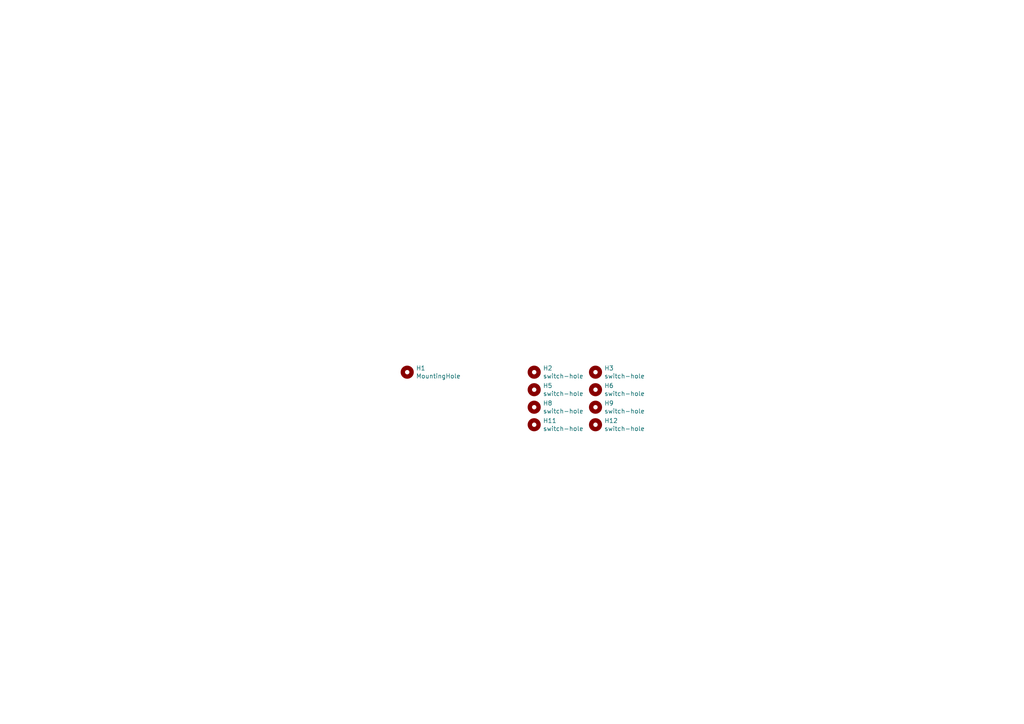
<source format=kicad_sch>
(kicad_sch (version 20230121) (generator eeschema)
  (paper "A4")
  (lib_symbols
    (symbol "Mechanical:MountingHole" (pin_names (offset 1.016))
      (property "Reference" "H" (at 0 5.08 0))
      (property "Value" "MountingHole" (at 0 3.175 0))
      (symbol "MountingHole_0_1"
        (circle (center 0 0) (radius 1.27) (stroke (width 1.27)))
      )
    )
  )
  (symbol (lib_id "Mechanical:MountingHole") (at 118.11 107.95 0) (unit 1)
    (property "Reference" "H1" (at 120.65 106.7816 0) (effects (justify left)))
    (property "Value" "MountingHole" (at 120.65 109.093 0) (effects (justify left)))
    (property "Footprint" "small-paintbrush:mounting-holes" (effects hide))
  )
  (symbol (lib_id "Mechanical:MountingHole") (at 154.94 107.95 0) (unit 1)
    (property "Reference" "H2" (at 157.48 106.7816 0) (effects (justify left)))
    (property "Value" "switch-hole" (at 157.48 109.093 0) (effects (justify left)))
    (property "Footprint" "small-paintbrush:MX-plate-cutout-edgecuts" (effects hide))
  )
  (symbol (lib_id "Mechanical:MountingHole") (at 154.94 113.03 0) (unit 1)
    (property "Reference" "H5" (at 157.48 111.8616 0) (effects (justify left)))
    (property "Value" "switch-hole" (at 157.48 114.173 0) (effects (justify left)))
    (property "Footprint" "small-paintbrush:MX-plate-cutout-edgecuts" (effects hide))
  )
  (symbol (lib_id "Mechanical:MountingHole") (at 154.94 118.11 0) (unit 1)
    (property "Reference" "H8" (at 157.48 116.9416 0) (effects (justify left)))
    (property "Value" "switch-hole" (at 157.48 119.253 0) (effects (justify left)))
    (property "Footprint" "small-paintbrush:MX-plate-cutout-edgecuts" (effects hide))
  )
  (symbol (lib_id "Mechanical:MountingHole") (at 154.94 123.19 0) (unit 1)
    (property "Reference" "H11" (at 157.48 122.0216 0) (effects (justify left)))
    (property "Value" "switch-hole" (at 157.48 124.333 0) (effects (justify left)))
    (property "Footprint" "small-paintbrush:MX-plate-cutout-edgecuts" (effects hide))
  )
  (symbol (lib_id "Mechanical:MountingHole") (at 172.72 107.95 0) (unit 1)
    (property "Reference" "H3" (at 175.26 106.7816 0) (effects (justify left)))
    (property "Value" "switch-hole" (at 175.26 109.093 0) (effects (justify left)))
    (property "Footprint" "small-paintbrush:MX-plate-cutout-edgecuts" (effects hide))
  )
  (symbol (lib_id "Mechanical:MountingHole") (at 172.72 113.03 0) (unit 1)
    (property "Reference" "H6" (at 175.26 111.8616 0) (effects (justify left)))
    (property "Value" "switch-hole" (at 175.26 114.173 0) (effects (justify left)))
    (property "Footprint" "small-paintbrush:MX-plate-cutout-edgecuts" (effects hide))
  )
  (symbol (lib_id "Mechanical:MountingHole") (at 172.72 118.11 0) (unit 1)
    (property "Reference" "H9" (at 175.26 116.9416 0) (effects (justify left)))
    (property "Value" "switch-hole" (at 175.26 119.253 0) (effects (justify left)))
    (property "Footprint" "small-paintbrush:MX-plate-cutout-edgecuts" (effects hide))
  )
  (symbol (lib_id "Mechanical:MountingHole") (at 172.72 123.19 0) (unit 1)
    (property "Reference" "H12" (at 175.26 122.0216 0) (effects (justify left)))
    (property "Value" "switch-hole" (at 175.26 124.333 0) (effects (justify left)))
    (property "Footprint" "small-paintbrush:MX-plate-cutout-edgecuts" (effects hide))
  )
)
</source>
